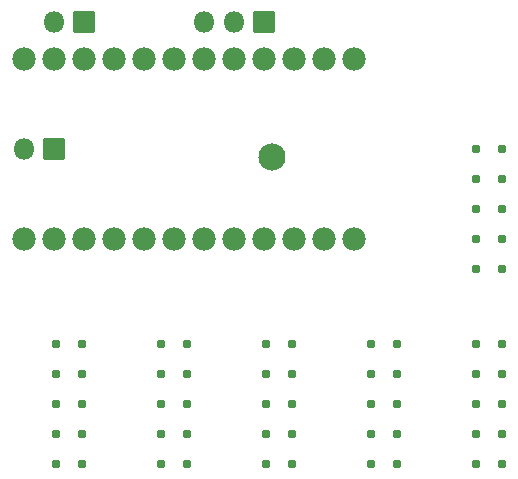
<source format=gbr>
%TF.GenerationSoftware,KiCad,Pcbnew,6.0.1-79c1e3a40b~116~ubuntu20.04.1*%
%TF.CreationDate,2022-02-08T10:59:44-05:00*%
%TF.ProjectId,gameKey-PCB-MainControl,67616d65-4b65-4792-9d50-43422d4d6169,rev?*%
%TF.SameCoordinates,Original*%
%TF.FileFunction,Soldermask,Bot*%
%TF.FilePolarity,Negative*%
%FSLAX46Y46*%
G04 Gerber Fmt 4.6, Leading zero omitted, Abs format (unit mm)*
G04 Created by KiCad (PCBNEW 6.0.1-79c1e3a40b~116~ubuntu20.04.1) date 2022-02-08 10:59:44*
%MOMM*%
%LPD*%
G01*
G04 APERTURE LIST*
G04 Aperture macros list*
%AMRoundRect*
0 Rectangle with rounded corners*
0 $1 Rounding radius*
0 $2 $3 $4 $5 $6 $7 $8 $9 X,Y pos of 4 corners*
0 Add a 4 corners polygon primitive as box body*
4,1,4,$2,$3,$4,$5,$6,$7,$8,$9,$2,$3,0*
0 Add four circle primitives for the rounded corners*
1,1,$1+$1,$2,$3*
1,1,$1+$1,$4,$5*
1,1,$1+$1,$6,$7*
1,1,$1+$1,$8,$9*
0 Add four rect primitives between the rounded corners*
20,1,$1+$1,$2,$3,$4,$5,0*
20,1,$1+$1,$4,$5,$6,$7,0*
20,1,$1+$1,$6,$7,$8,$9,0*
20,1,$1+$1,$8,$9,$2,$3,0*%
G04 Aperture macros list end*
%ADD10C,2.301600*%
%ADD11RoundRect,0.050800X-0.850000X0.850000X-0.850000X-0.850000X0.850000X-0.850000X0.850000X0.850000X0*%
%ADD12O,1.801600X1.801600*%
%ADD13C,1.981200*%
%ADD14RoundRect,0.050800X-0.250000X-0.250000X0.250000X-0.250000X0.250000X0.250000X-0.250000X0.250000X0*%
%ADD15RoundRect,0.050800X0.250000X0.250000X-0.250000X0.250000X-0.250000X-0.250000X0.250000X-0.250000X0*%
G04 APERTURE END LIST*
D10*
%TO.C,H1*%
X25400000Y28575000D03*
%TD*%
D11*
%TO.C,J4*%
X9505000Y40005000D03*
D12*
X6965000Y40005000D03*
%TD*%
D11*
%TO.C,J1*%
X6985000Y29210000D03*
D12*
X4445000Y29210000D03*
%TD*%
D11*
%TO.C,J3*%
X24750000Y39955000D03*
D12*
X22210000Y39955000D03*
X19670000Y39955000D03*
%TD*%
D13*
%TO.C,B1*%
X32385000Y36830000D03*
X29845000Y36870000D03*
X27305000Y36830000D03*
X24765000Y36830000D03*
X22225000Y36830000D03*
X19685000Y36830000D03*
X17145000Y36830000D03*
X14605000Y36830000D03*
X12065000Y36830000D03*
X9525000Y36830000D03*
X6985000Y36830000D03*
X4445000Y36830000D03*
X4445000Y21590000D03*
X6985000Y21590000D03*
X9525000Y21590000D03*
X12065000Y21590000D03*
X14605000Y21590000D03*
X17145000Y21590000D03*
X19685000Y21590000D03*
X22225000Y21590000D03*
X24765000Y21590000D03*
X27305000Y21590000D03*
X29845000Y21590000D03*
X32385000Y21590000D03*
%TD*%
D14*
%TO.C,D6*%
X33825000Y12700000D03*
X36025000Y12700000D03*
%TD*%
%TO.C,D7*%
X33825000Y10160000D03*
X36025000Y10160000D03*
%TD*%
%TO.C,D8*%
X33825000Y7620000D03*
X36025000Y7620000D03*
%TD*%
%TO.C,D9*%
X33825000Y5080000D03*
X36025000Y5080000D03*
%TD*%
%TO.C,D10*%
X33825000Y2540000D03*
X36025000Y2540000D03*
%TD*%
%TO.C,D11*%
X24935000Y12700000D03*
X27135000Y12700000D03*
%TD*%
%TO.C,D12*%
X24935000Y10160000D03*
X27135000Y10160000D03*
%TD*%
%TO.C,D13*%
X24935000Y7620000D03*
X27135000Y7620000D03*
%TD*%
%TO.C,D14*%
X24935000Y5080000D03*
X27135000Y5080000D03*
%TD*%
%TO.C,D15*%
X24935000Y2540000D03*
X27135000Y2540000D03*
%TD*%
%TO.C,D16*%
X16045000Y12700000D03*
X18245000Y12700000D03*
%TD*%
%TO.C,D17*%
X16045000Y10160000D03*
X18245000Y10160000D03*
%TD*%
%TO.C,D18*%
X16045000Y7620000D03*
X18245000Y7620000D03*
%TD*%
%TO.C,D19*%
X16045000Y5080000D03*
X18245000Y5080000D03*
%TD*%
%TO.C,D20*%
X16045000Y2540000D03*
X18245000Y2540000D03*
%TD*%
%TO.C,D21*%
X7155000Y12700000D03*
X9355000Y12700000D03*
%TD*%
%TO.C,D23*%
X7155000Y7620000D03*
X9355000Y7620000D03*
%TD*%
%TO.C,D24*%
X7155000Y5080000D03*
X9355000Y5080000D03*
%TD*%
%TO.C,D25*%
X7155000Y2540000D03*
X9355000Y2540000D03*
%TD*%
%TO.C,D22*%
X7155000Y10160000D03*
X9355000Y10160000D03*
%TD*%
D15*
%TO.C,D26*%
X44915000Y29210000D03*
X42715000Y29210000D03*
%TD*%
%TO.C,D27*%
X44915000Y26670000D03*
X42715000Y26670000D03*
%TD*%
%TO.C,D28*%
X44915000Y24130000D03*
X42715000Y24130000D03*
%TD*%
%TO.C,D29*%
X44915000Y21590000D03*
X42715000Y21590000D03*
%TD*%
%TO.C,D30*%
X44915000Y19050000D03*
X42715000Y19050000D03*
%TD*%
D14*
%TO.C,D5*%
X42715000Y2540000D03*
X44915000Y2540000D03*
%TD*%
%TO.C,D2*%
X42715000Y10160000D03*
X44915000Y10160000D03*
%TD*%
%TO.C,D4*%
X42715000Y5080000D03*
X44915000Y5080000D03*
%TD*%
%TO.C,D3*%
X42715000Y7620000D03*
X44915000Y7620000D03*
%TD*%
%TO.C,D1*%
X42715000Y12700000D03*
X44915000Y12700000D03*
%TD*%
M02*

</source>
